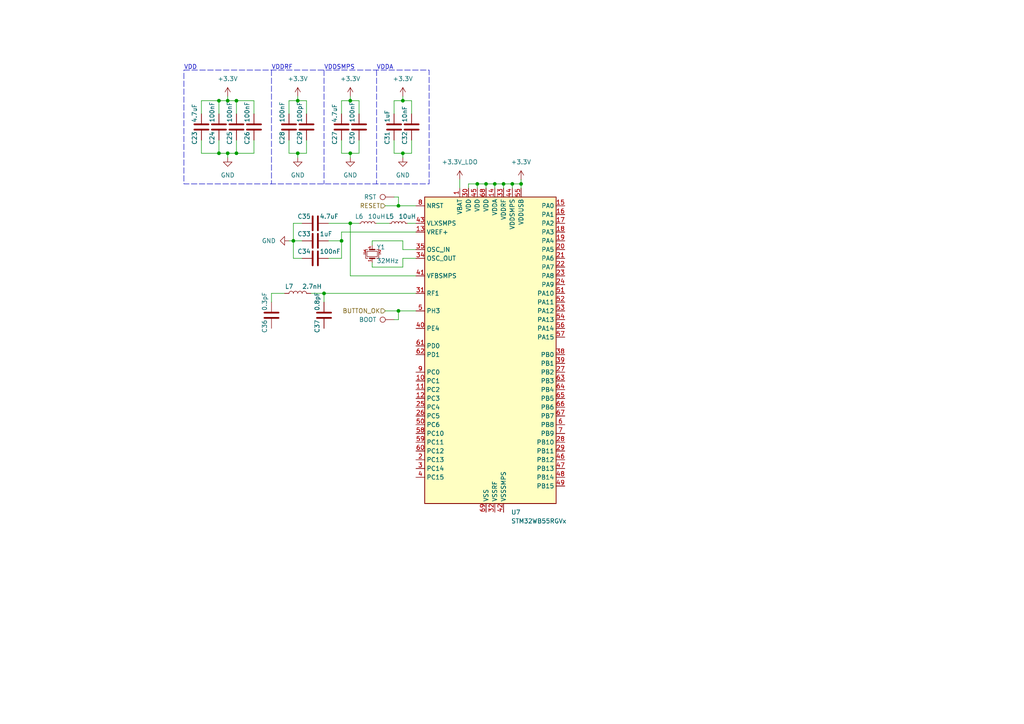
<source format=kicad_sch>
(kicad_sch (version 20231120) (generator "eeschema") (generator_version "8.0")
  (paper "A4")
  (lib_symbols
    (symbol "Connector:TestPoint" (pin_numbers hide) (pin_names (offset 0.762) hide)
      (property "Reference" "TP" (at 0 6.858 0))
      (property "Value" "TestPoint" (at 0 5.08 0))
      (symbol "TestPoint_0_1"
        (circle (center 0 3.302) (radius 0.762))
      )
      (symbol "TestPoint_1_1"
        (pin passive line (at 0 0 90) (length 2.54) (name "1") (number "1"))
      )
    )
    (symbol "Device:C" (pin_numbers hide) (pin_names (offset 0.254))
      (property "Reference" "C" (at 0.635 2.54 0))
      (property "Value" "C" (at 0.635 -2.54 0))
      (symbol "C_0_1"
        (polyline (pts (xy -2.032 -0.762) (xy 2.032 -0.762)) (stroke (width 0.508)))
        (polyline (pts (xy -2.032 0.762) (xy 2.032 0.762)) (stroke (width 0.508)))
      )
      (symbol "C_1_1"
        (pin passive line (at 0 3.81 270) (length 2.794) (name "~") (number "1"))
        (pin passive line (at 0 -3.81 90) (length 2.794) (name "~") (number "2"))
      )
    )
    (symbol "Device:Crystal_GND23_Small" (pin_names (offset 1.016) hide)
      (property "Reference" "Y" (at 1.27 4.445 0))
      (property "Value" "Crystal_GND23_Small" (at 1.27 2.54 0))
      (symbol "Crystal_GND23_Small_0_1"
        (rectangle (start -0.762 -1.524) (end 0.762 1.524))
        (polyline (pts (xy -1.27 -0.762) (xy -1.27 0.762)) (stroke (width 0.381)))
        (polyline (pts (xy 1.27 -0.762) (xy 1.27 0.762)) (stroke (width 0.381)))
        (polyline (pts (xy -1.27 -1.27) (xy -1.27 -1.905) (xy 1.27 -1.905) (xy 1.27 -1.27)))
        (polyline (pts (xy -1.27 1.27) (xy -1.27 1.905) (xy 1.27 1.905) (xy 1.27 1.27)))
      )
      (symbol "Crystal_GND23_Small_1_1"
        (pin passive line (at -2.54 0 0) (length 1.27) (name "1") (number "1"))
        (pin passive line (at 0 -2.54 90) (length 0.635) (name "2") (number "2"))
        (pin passive line (at 0 2.54 270) (length 0.635) (name "3") (number "3"))
        (pin passive line (at 2.54 0 180) (length 1.27) (name "4") (number "4"))
      )
    )
    (symbol "Device:L" (pin_numbers hide) (pin_names (offset 1.016) hide)
      (property "Reference" "L" (at -1.27 0 90))
      (property "Value" "L" (at 1.905 0 90))
      (symbol "L_0_1"
        (arc (start 0 -2.54) (mid 0.6323 -1.905) (end 0 -1.27))
        (arc (start 0 -1.27) (mid 0.6323 -0.635) (end 0 0))
        (arc (start 0 0) (mid 0.6323 0.635) (end 0 1.27))
        (arc (start 0 1.27) (mid 0.6323 1.905) (end 0 2.54))
      )
      (symbol "L_1_1"
        (pin passive line (at 0 3.81 270) (length 1.27) (name "1") (number "1"))
        (pin passive line (at 0 -3.81 90) (length 1.27) (name "2") (number "2"))
      )
    )
    (symbol "Device:L_Small" (pin_numbers hide) (pin_names (offset 0.254) hide)
      (property "Reference" "L" (at 0.762 1.016 0))
      (property "Value" "L_Small" (at 0.762 -1.016 0))
      (symbol "L_Small_0_1"
        (arc (start 0 -2.032) (mid 0.5058 -1.524) (end 0 -1.016))
        (arc (start 0 -1.016) (mid 0.5058 -0.508) (end 0 0))
        (arc (start 0 0) (mid 0.5058 0.508) (end 0 1.016))
        (arc (start 0 1.016) (mid 0.5058 1.524) (end 0 2.032))
      )
      (symbol "L_Small_1_1"
        (pin passive line (at 0 2.54 270) (length 0.508) (name "~") (number "1"))
        (pin passive line (at 0 -2.54 90) (length 0.508) (name "~") (number "2"))
      )
    )
    (symbol "MCU_ST_STM32WB:STM32WB55RGVx"
      (property "Reference" "U" (at -17.78 46.99 0))
      (property "Value" "STM32WB55RGVx" (at 12.7 46.99 0))
      (symbol "STM32WB55RGVx_0_1"
        (rectangle (start -17.78 -43.18) (end 20.32 45.72) (stroke (width 0.254)) (fill (type background)))
      )
      (symbol "STM32WB55RGVx_1_1"
        (pin power_in line (at -7.62 48.26 270) (length 2.54) (name "VBAT") (number "1"))
        (pin bidirectional line (at -20.32 -7.62 0) (length 2.54) (name "PC1") (number "10"))
        (pin bidirectional line (at -20.32 -10.16 0) (length 2.54) (name "PC2") (number "11"))
        (pin bidirectional line (at -20.32 -12.7 0) (length 2.54) (name "PC3") (number "12"))
        (pin input line (at -20.32 35.56 0) (length 2.54) (name "VREF+") (number "13"))
        (pin power_in line (at 2.54 48.26 270) (length 2.54) (name "VDDA") (number "14"))
        (pin bidirectional line (at 22.86 43.18 180) (length 2.54) (name "PA0") (number "15"))
        (pin bidirectional line (at 22.86 40.64 180) (length 2.54) (name "PA1") (number "16"))
        (pin bidirectional line (at 22.86 38.1 180) (length 2.54) (name "PA2") (number "17"))
        (pin bidirectional line (at 22.86 35.56 180) (length 2.54) (name "PA3") (number "18"))
        (pin bidirectional line (at 22.86 33.02 180) (length 2.54) (name "PA4") (number "19"))
        (pin bidirectional line (at -20.32 -30.48 0) (length 2.54) (name "PC13") (number "2"))
        (pin bidirectional line (at 22.86 30.48 180) (length 2.54) (name "PA5") (number "20"))
        (pin bidirectional line (at 22.86 27.94 180) (length 2.54) (name "PA6") (number "21"))
        (pin bidirectional line (at 22.86 25.4 180) (length 2.54) (name "PA7") (number "22"))
        (pin bidirectional line (at 22.86 22.86 180) (length 2.54) (name "PA8") (number "23"))
        (pin bidirectional line (at 22.86 20.32 180) (length 2.54) (name "PA9") (number "24"))
        (pin bidirectional line (at -20.32 -15.24 0) (length 2.54) (name "PC4") (number "25"))
        (pin bidirectional line (at -20.32 -17.78 0) (length 2.54) (name "PC5") (number "26"))
        (pin bidirectional line (at 22.86 -5.08 180) (length 2.54) (name "PB2") (number "27"))
        (pin bidirectional line (at 22.86 -25.4 180) (length 2.54) (name "PB10") (number "28"))
        (pin bidirectional line (at 22.86 -27.94 180) (length 2.54) (name "PB11") (number "29"))
        (pin bidirectional line (at -20.32 -33.02 0) (length 2.54) (name "PC14") (number "3"))
        (pin power_in line (at -5.08 48.26 270) (length 2.54) (name "VDD") (number "30"))
        (pin bidirectional line (at -20.32 17.78 0) (length 2.54) (name "RF1") (number "31"))
        (pin power_in line (at 2.54 -45.72 90) (length 2.54) (name "VSSRF") (number "32"))
        (pin power_in line (at 5.08 48.26 270) (length 2.54) (name "VDDRF") (number "33"))
        (pin input line (at -20.32 27.94 0) (length 2.54) (name "OSC_OUT") (number "34"))
        (pin input line (at -20.32 30.48 0) (length 2.54) (name "OSC_IN") (number "35"))
        (pin no_connect line (at -17.78 -43.18 0) (length 2.54) hide (name "AT0") (number "36"))
        (pin no_connect line (at -17.78 -40.64 0) (length 2.54) hide (name "AT1") (number "37"))
        (pin bidirectional line (at 22.86 0 180) (length 2.54) (name "PB0") (number "38"))
        (pin bidirectional line (at 22.86 -2.54 180) (length 2.54) (name "PB1") (number "39"))
        (pin bidirectional line (at -20.32 -35.56 0) (length 2.54) (name "PC15") (number "4"))
        (pin bidirectional line (at -20.32 7.62 0) (length 2.54) (name "PE4") (number "40"))
        (pin input line (at -20.32 22.86 0) (length 2.54) (name "VFBSMPS") (number "41"))
        (pin power_in line (at 5.08 -45.72 90) (length 2.54) (name "VSSSMPS") (number "42"))
        (pin power_in line (at -20.32 38.1 0) (length 2.54) (name "VLXSMPS") (number "43"))
        (pin power_in line (at 7.62 48.26 270) (length 2.54) (name "VDDSMPS") (number "44"))
        (pin power_in line (at -2.54 48.26 270) (length 2.54) (name "VDD") (number "45"))
        (pin bidirectional line (at 22.86 -30.48 180) (length 2.54) (name "PB12") (number "46"))
        (pin bidirectional line (at 22.86 -33.02 180) (length 2.54) (name "PB13") (number "47"))
        (pin bidirectional line (at 22.86 -35.56 180) (length 2.54) (name "PB14") (number "48"))
        (pin bidirectional line (at 22.86 -38.1 180) (length 2.54) (name "PB15") (number "49"))
        (pin bidirectional line (at -20.32 12.7 0) (length 2.54) (name "PH3") (number "5"))
        (pin bidirectional line (at -20.32 -20.32 0) (length 2.54) (name "PC6") (number "50"))
        (pin bidirectional line (at 22.86 17.78 180) (length 2.54) (name "PA10") (number "51"))
        (pin bidirectional line (at 22.86 15.24 180) (length 2.54) (name "PA11") (number "52"))
        (pin bidirectional line (at 22.86 12.7 180) (length 2.54) (name "PA12") (number "53"))
        (pin bidirectional line (at 22.86 10.16 180) (length 2.54) (name "PA13") (number "54"))
        (pin power_in line (at 10.16 48.26 270) (length 2.54) (name "VDDUSB") (number "55"))
        (pin bidirectional line (at 22.86 7.62 180) (length 2.54) (name "PA14") (number "56"))
        (pin bidirectional line (at 22.86 5.08 180) (length 2.54) (name "PA15") (number "57"))
        (pin bidirectional line (at -20.32 -22.86 0) (length 2.54) (name "PC10") (number "58"))
        (pin bidirectional line (at -20.32 -25.4 0) (length 2.54) (name "PC11") (number "59"))
        (pin bidirectional line (at 22.86 -20.32 180) (length 2.54) (name "PB8") (number "6"))
        (pin bidirectional line (at -20.32 -27.94 0) (length 2.54) (name "PC12") (number "60"))
        (pin bidirectional line (at -20.32 2.54 0) (length 2.54) (name "PD0") (number "61"))
        (pin bidirectional line (at -20.32 0 0) (length 2.54) (name "PD1") (number "62"))
        (pin bidirectional line (at 22.86 -7.62 180) (length 2.54) (name "PB3") (number "63"))
        (pin bidirectional line (at 22.86 -10.16 180) (length 2.54) (name "PB4") (number "64"))
        (pin bidirectional line (at 22.86 -12.7 180) (length 2.54) (name "PB5") (number "65"))
        (pin bidirectional line (at 22.86 -15.24 180) (length 2.54) (name "PB6") (number "66"))
        (pin bidirectional line (at 22.86 -17.78 180) (length 2.54) (name "PB7") (number "67"))
        (pin power_in line (at 0 48.26 270) (length 2.54) (name "VDD") (number "68"))
        (pin power_in line (at 0 -45.72 90) (length 2.54) (name "VSS") (number "69"))
        (pin bidirectional line (at 22.86 -22.86 180) (length 2.54) (name "PB9") (number "7"))
        (pin input line (at -20.32 43.18 0) (length 2.54) (name "NRST") (number "8"))
        (pin bidirectional line (at -20.32 -5.08 0) (length 2.54) (name "PC0") (number "9"))
      )
    )
    (symbol "power:+3.3V" (power) (pin_numbers hide) (pin_names (offset 0) hide)
      (property "Value" "+3.3V" (at 0 3.556 0))
      (symbol "+3.3V_0_1"
        (polyline (pts (xy -0.762 1.27) (xy 0 2.54)))
        (polyline (pts (xy 0 0) (xy 0 2.54)))
        (polyline (pts (xy 0 2.54) (xy 0.762 1.27)))
      )
      (symbol "+3.3V_1_1"
        (pin power_in line (at 0 0 90) (length 0) (name "~") (number "1"))
      )
    )
    (symbol "power:GND" (power) (pin_numbers hide) (pin_names (offset 0) hide)
      (property "Value" "GND" (at 0 -3.81 0))
      (symbol "GND_0_1"
        (polyline (pts (xy 0 0) (xy 0 -1.27) (xy 1.27 -1.27) (xy 0 -2.54) (xy -1.27 -1.27) (xy 0 -1.27)))
      )
      (symbol "GND_1_1"
        (pin power_in line (at 0 0 270) (length 0) (name "~") (number "1"))
      )
    )
    (symbol "power:VCC" (power) (pin_numbers hide) (pin_names (offset 0) hide)
      (property "Value" "VCC" (at 0 3.556 0))
      (symbol "VCC_0_1"
        (polyline (pts (xy -0.762 1.27) (xy 0 2.54)))
        (polyline (pts (xy 0 0) (xy 0 2.54)))
        (polyline (pts (xy 0 2.54) (xy 0.762 1.27)))
      )
      (symbol "VCC_1_1"
        (pin power_in line (at 0 0 90) (length 0) (name "~") (number "1"))
      )
    )
  )
  (junction (at 148.59 53.34))
  (junction (at 146.05 53.34))
  (junction (at 101.6 29.21))
  (junction (at 140.97 53.34))
  (junction (at 151.13 53.34))
  (junction (at 68.58 44.45))
  (junction (at 68.58 29.21))
  (junction (at 66.04 44.45))
  (junction (at 86.36 29.21))
  (junction (at 93.98 85.09))
  (junction (at 99.06 69.85))
  (junction (at 101.6 44.45))
  (junction (at 115.57 90.17))
  (junction (at 66.04 29.21))
  (junction (at 63.5 44.45))
  (junction (at 85.09 69.85))
  (junction (at 115.57 59.69))
  (junction (at 86.36 44.45))
  (junction (at 116.84 44.45))
  (junction (at 101.6 64.77))
  (junction (at 63.5 29.21))
  (junction (at 143.51 53.34))
  (junction (at 116.84 29.21))
  (junction (at 138.43 53.34))
  (wire (pts (xy 86.36 44.45) (xy 88.9 44.45)))
  (wire (pts (xy 68.58 29.21) (xy 66.04 29.21)))
  (wire (pts (xy 116.84 77.47) (xy 116.84 74.93)))
  (wire (pts (xy 99.06 69.85) (xy 99.06 74.93)))
  (wire (pts (xy 116.84 69.85) (xy 116.84 72.39)))
  (polyline (pts (xy 109.22 20.32) (xy 109.22 53.34)) (stroke (width 0) (type dash)))
  (wire (pts (xy 116.84 44.45) (xy 119.38 44.45)))
  (wire (pts (xy 114.3 44.45) (xy 116.84 44.45)))
  (wire (pts (xy 116.84 74.93) (xy 120.65 74.93)))
  (wire (pts (xy 101.6 44.45) (xy 101.6 45.72)))
  (wire (pts (xy 66.04 44.45) (xy 68.58 44.45)))
  (wire (pts (xy 63.5 40.64) (xy 63.5 44.45)))
  (wire (pts (xy 93.98 85.09) (xy 120.65 85.09)))
  (wire (pts (xy 66.04 29.21) (xy 63.5 29.21)))
  (wire (pts (xy 99.06 67.31) (xy 120.65 67.31)))
  (wire (pts (xy 58.42 29.21) (xy 63.5 29.21)))
  (wire (pts (xy 107.95 77.47) (xy 116.84 77.47)))
  (wire (pts (xy 116.84 29.21) (xy 114.3 29.21)))
  (wire (pts (xy 119.38 29.21) (xy 116.84 29.21)))
  (wire (pts (xy 116.84 72.39) (xy 120.65 72.39)))
  (wire (pts (xy 101.6 64.77) (xy 104.14 64.77)))
  (wire (pts (xy 135.89 53.34) (xy 138.43 53.34)))
  (wire (pts (xy 85.09 69.85) (xy 83.82 69.85)))
  (wire (pts (xy 73.66 33.02) (xy 73.66 29.21)))
  (wire (pts (xy 104.14 40.64) (xy 104.14 44.45)))
  (wire (pts (xy 114.3 29.21) (xy 114.3 33.02)))
  (wire (pts (xy 151.13 53.34) (xy 151.13 54.61)))
  (wire (pts (xy 85.09 69.85) (xy 87.63 69.85)))
  (wire (pts (xy 143.51 54.61) (xy 143.51 53.34)))
  (wire (pts (xy 114.3 40.64) (xy 114.3 44.45)))
  (wire (pts (xy 107.95 76.2) (xy 107.95 77.47)))
  (wire (pts (xy 107.95 71.12) (xy 107.95 69.85)))
  (wire (pts (xy 66.04 27.94) (xy 66.04 29.21)))
  (wire (pts (xy 116.84 44.45) (xy 116.84 45.72)))
  (wire (pts (xy 135.89 54.61) (xy 135.89 53.34)))
  (wire (pts (xy 138.43 53.34) (xy 140.97 53.34)))
  (wire (pts (xy 101.6 29.21) (xy 99.06 29.21)))
  (wire (pts (xy 151.13 52.07) (xy 151.13 53.34)))
  (wire (pts (xy 120.65 80.01) (xy 101.6 80.01)))
  (wire (pts (xy 99.06 40.64) (xy 99.06 44.45)))
  (wire (pts (xy 73.66 44.45) (xy 68.58 44.45)))
  (wire (pts (xy 115.57 57.15) (xy 115.57 59.69)))
  (wire (pts (xy 148.59 53.34) (xy 148.59 54.61)))
  (wire (pts (xy 95.25 69.85) (xy 99.06 69.85)))
  (polyline (pts (xy 78.74 20.32) (xy 78.74 53.34)) (stroke (width 0) (type dash)))
  (wire (pts (xy 143.51 53.34) (xy 146.05 53.34)))
  (wire (pts (xy 58.42 40.64) (xy 58.42 44.45)))
  (wire (pts (xy 101.6 44.45) (xy 104.14 44.45)))
  (wire (pts (xy 78.74 87.63) (xy 78.74 85.09)))
  (wire (pts (xy 116.84 27.94) (xy 116.84 29.21)))
  (wire (pts (xy 86.36 27.94) (xy 86.36 29.21)))
  (wire (pts (xy 99.06 74.93) (xy 95.25 74.93)))
  (wire (pts (xy 86.36 29.21) (xy 83.82 29.21)))
  (wire (pts (xy 73.66 29.21) (xy 68.58 29.21)))
  (wire (pts (xy 90.17 85.09) (xy 93.98 85.09)))
  (wire (pts (xy 93.98 85.09) (xy 93.98 87.63)))
  (wire (pts (xy 115.57 92.71) (xy 115.57 90.17)))
  (wire (pts (xy 109.22 64.77) (xy 113.03 64.77)))
  (wire (pts (xy 63.5 29.21) (xy 63.5 33.02)))
  (wire (pts (xy 99.06 44.45) (xy 101.6 44.45)))
  (wire (pts (xy 115.57 90.17) (xy 120.65 90.17)))
  (wire (pts (xy 73.66 40.64) (xy 73.66 44.45)))
  (wire (pts (xy 86.36 44.45) (xy 86.36 45.72)))
  (wire (pts (xy 119.38 40.64) (xy 119.38 44.45)))
  (wire (pts (xy 58.42 44.45) (xy 63.5 44.45)))
  (wire (pts (xy 58.42 33.02) (xy 58.42 29.21)))
  (wire (pts (xy 101.6 80.01) (xy 101.6 64.77)))
  (wire (pts (xy 88.9 40.64) (xy 88.9 44.45)))
  (wire (pts (xy 85.09 64.77) (xy 87.63 64.77)))
  (wire (pts (xy 88.9 33.02) (xy 88.9 29.21)))
  (wire (pts (xy 99.06 29.21) (xy 99.06 33.02)))
  (wire (pts (xy 148.59 53.34) (xy 151.13 53.34)))
  (wire (pts (xy 83.82 40.64) (xy 83.82 44.45)))
  (wire (pts (xy 63.5 44.45) (xy 66.04 44.45)))
  (wire (pts (xy 66.04 44.45) (xy 66.04 45.72)))
  (wire (pts (xy 119.38 33.02) (xy 119.38 29.21)))
  (wire (pts (xy 83.82 29.21) (xy 83.82 33.02)))
  (wire (pts (xy 133.35 52.07) (xy 133.35 54.61)))
  (wire (pts (xy 111.76 90.17) (xy 115.57 90.17)))
  (wire (pts (xy 114.3 92.71) (xy 115.57 92.71)))
  (wire (pts (xy 140.97 53.34) (xy 143.51 53.34)))
  (wire (pts (xy 68.58 40.64) (xy 68.58 44.45)))
  (wire (pts (xy 104.14 29.21) (xy 101.6 29.21)))
  (wire (pts (xy 138.43 53.34) (xy 138.43 54.61)))
  (wire (pts (xy 114.3 57.15) (xy 115.57 57.15)))
  (wire (pts (xy 78.74 85.09) (xy 82.55 85.09)))
  (wire (pts (xy 146.05 53.34) (xy 146.05 54.61)))
  (wire (pts (xy 118.11 64.77) (xy 120.65 64.77)))
  (wire (pts (xy 87.63 74.93) (xy 85.09 74.93)))
  (wire (pts (xy 101.6 27.94) (xy 101.6 29.21)))
  (wire (pts (xy 95.25 64.77) (xy 101.6 64.77)))
  (wire (pts (xy 115.57 59.69) (xy 120.65 59.69)))
  (polyline (pts (xy 93.98 20.32) (xy 93.98 53.34)) (stroke (width 0) (type dash)))
  (wire (pts (xy 146.05 53.34) (xy 148.59 53.34)))
  (wire (pts (xy 140.97 53.34) (xy 140.97 54.61)))
  (wire (pts (xy 83.82 44.45) (xy 86.36 44.45)))
  (wire (pts (xy 104.14 33.02) (xy 104.14 29.21)))
  (wire (pts (xy 85.09 64.77) (xy 85.09 69.85)))
  (wire (pts (xy 111.76 59.69) (xy 115.57 59.69)))
  (wire (pts (xy 107.95 69.85) (xy 116.84 69.85)))
  (wire (pts (xy 99.06 67.31) (xy 99.06 69.85)))
  (wire (pts (xy 88.9 29.21) (xy 86.36 29.21)))
  (wire (pts (xy 85.09 69.85) (xy 85.09 74.93)))
  (wire (pts (xy 68.58 33.02) (xy 68.58 29.21)))
  (rectangle (start 53.34 20.32) (end 124.46 53.34) (stroke (width 0) (type dash)))
  (text "VDDRF" (at 78.74 20.32 0) (effects (font (size 1.27 1.27)) (justify left bottom)))
  (text "VDDSMPS" (at 93.98 20.32 0) (effects (font (size 1.27 1.27)) (justify left bottom)))
  (text "VDDA" (at 109.22 20.32 0) (effects (font (size 1.27 1.27)) (justify left bottom)))
  (text "VDD" (at 53.34 20.32 0) (effects (font (size 1.27 1.27)) (justify left bottom)))
  (hierarchical_label "BUTTON_OK" (shape input) (at 111.76 90.17 180))
  (hierarchical_label "RESET" (shape input) (at 111.76 59.69 180))
  (symbol (lib_id "Device:C") (at 58.42 36.83 180) (unit 1)
    (property "Reference" "C23" (at 57.15 38.1 90) (effects (justify left top)))
    (property "Value" "4.7uF" (at 57.15 35.56 90) (effects (justify right top)))
    (property "Description" "Unpolarized capacitor" (effects (hide yes)))
  )
  (symbol (lib_id "Device:C") (at 91.44 74.93 90) (unit 1)
    (property "Reference" "C34" (at 90.17 73.66 90) (effects (justify left top)))
    (property "Value" "100nF" (at 92.71 73.66 90) (effects (justify right top)))
    (property "Description" "Unpolarized capacitor" (effects (hide yes)))
  )
  (symbol (lib_id "Device:C") (at 91.44 64.77 90) (unit 1)
    (property "Reference" "C35" (at 90.17 63.5 90) (effects (justify left top)))
    (property "Value" "4.7uF" (at 92.71 63.5 90) (effects (justify right top)))
    (property "Description" "Unpolarized capacitor" (effects (hide yes)))
  )
  (symbol (lib_id "Device:C") (at 99.06 36.83 180) (unit 1)
    (property "Reference" "C27" (at 97.79 38.1 90) (effects (justify left top)))
    (property "Value" "4.7uF" (at 97.79 35.56 90) (effects (justify right top)))
    (property "Description" "Unpolarized capacitor" (effects (hide yes)))
  )
  (symbol (lib_id "Device:C") (at 78.74 91.44 180) (unit 1)
    (property "Reference" "C36" (at 77.47 92.71 90) (effects (justify left top)))
    (property "Value" "0.3pF" (at 77.47 90.17 90) (effects (justify right top)))
    (property "Description" "Unpolarized capacitor" (effects (hide yes)))
  )
  (symbol (lib_id "Device:C") (at 93.98 91.44 180) (unit 1)
    (property "Reference" "C37" (at 92.71 92.71 90) (effects (justify left top)))
    (property "Value" "0.8pF" (at 92.71 90.17 90) (effects (justify right top)))
    (property "Description" "Unpolarized capacitor" (effects (hide yes)))
  )
  (symbol (lib_id "Device:L_Small") (at 115.57 64.77 90) (unit 1)
    (property "Reference" "L5" (at 114.3 63.5 90) (effects (justify left top)))
    (property "Value" "10uH" (at 115.57 63.5 90) (effects (justify right top)))
    (property "Description" "Inductor, small symbol" (effects (hide yes)))
  )
  (symbol (lib_id "power:GND") (at 116.84 45.72 0) (unit 1)
    (property "Reference" "#PWR061" (effects (hide yes)))
    (property "Value" "GND" (at 116.84 50.8 0))
    (property "Description" "Power symbol creates a global label with name \"GND\" , ground" (effects (hide yes)))
  )
  (symbol (lib_id "power:+3.3V") (at 66.04 27.94 0) (unit 1)
    (property "Reference" "#PWR052" (effects (hide yes)))
    (property "Value" "+3.3V" (at 66.04 22.86 0))
    (property "Description" "Power symbol creates a global label with name \"+3.3V\"" (effects (hide yes)))
  )
  (symbol (lib_id "Device:C") (at 91.44 69.85 90) (unit 1)
    (property "Reference" "C33" (at 90.17 68.58 90) (effects (justify left top)))
    (property "Value" "1uF" (at 92.71 68.58 90) (effects (justify right top)))
    (property "Description" "Unpolarized capacitor" (effects (hide yes)))
  )
  (symbol (lib_id "MCU_ST_STM32WB:STM32WB55RGVx") (at 140.97 102.87 0) (unit 1)
    (property "Reference" "U7" (at 148.2441 148.59 0) (effects (justify left)))
    (property "Value" "STM32WB55RGVx" (at 148.2441 151.13 0) (effects (justify left)))
    (property "Footprint" "Package_DFN_QFN:QFN-68-1EP_8x8mm_P0.4mm_EP6.4x6.4mm" (effects (hide yes)))
    (property "Datasheet" "https://www.st.com/resource/en/datasheet/stm32wb55rg.pdf" (effects (hide yes)))
    (property "Description" "STMicroelectronics Arm Cortex-M4 MCU, 1024KB flash, 256KB RAM, 64 MHz, 1.71-3.6V, 49 GPIO, VFQFPN68" (effects (hide yes)))
  )
  (symbol (lib_id "Device:L_Small") (at 106.68 64.77 90) (unit 1)
    (property "Reference" "L6" (at 105.41 63.5 90) (effects (justify left top)))
    (property "Value" "10uH" (at 106.68 63.5 90) (effects (justify right top)))
    (property "Description" "Inductor, small symbol" (effects (hide yes)))
  )
  (symbol (lib_id "Connector:TestPoint") (at 114.3 57.15 90) (unit 1)
    (property "Reference" "TP21" (effects (hide yes)))
    (property "Value" "RST" (at 109.22 57.15 90) (effects (justify left)))
    (property "Description" "test point" (effects (hide yes)))
  )
  (symbol (lib_id "Device:C") (at 104.14 36.83 180) (unit 1)
    (property "Reference" "C30" (at 102.87 38.1 90) (effects (justify left top)))
    (property "Value" "100nF" (at 102.87 35.56 90) (effects (justify right top)))
    (property "Description" "Unpolarized capacitor" (effects (hide yes)))
  )
  (symbol (lib_id "Device:C") (at 114.3 36.83 180) (unit 1)
    (property "Reference" "C31" (at 113.03 38.1 90) (effects (justify left top)))
    (property "Value" "1uF" (at 113.03 35.56 90) (effects (justify right top)))
    (property "Description" "Unpolarized capacitor" (effects (hide yes)))
  )
  (symbol (lib_id "Device:C") (at 88.9 36.83 180) (unit 1)
    (property "Reference" "C29" (at 87.63 38.1 90) (effects (justify left top)))
    (property "Value" "100pF" (at 87.63 35.56 90) (effects (justify right top)))
    (property "Description" "Unpolarized capacitor" (effects (hide yes)))
  )
  (symbol (lib_id "Device:C") (at 119.38 36.83 180) (unit 1)
    (property "Reference" "C32" (at 118.11 38.1 90) (effects (justify left top)))
    (property "Value" "10nF" (at 118.11 35.56 90) (effects (justify right top)))
    (property "Description" "Unpolarized capacitor" (effects (hide yes)))
  )
  (symbol (lib_id "Device:C") (at 83.82 36.83 180) (unit 1)
    (property "Reference" "C28" (at 82.55 38.1 90) (effects (justify left top)))
    (property "Value" "100nF" (at 82.55 35.56 90) (effects (justify right top)))
    (property "Description" "Unpolarized capacitor" (effects (hide yes)))
  )
  (symbol (lib_id "power:GND") (at 66.04 45.72 0) (unit 1)
    (property "Reference" "#PWR053" (effects (hide yes)))
    (property "Value" "GND" (at 66.04 50.8 0))
    (property "Description" "Power symbol creates a global label with name \"GND\" , ground" (effects (hide yes)))
  )
  (symbol (lib_id "Device:C") (at 63.5 36.83 180) (unit 1)
    (property "Reference" "C24" (at 62.23 38.1 90) (effects (justify left top)))
    (property "Value" "100nF" (at 62.23 35.56 90) (effects (justify right top)))
    (property "Description" "Unpolarized capacitor" (effects (hide yes)))
  )
  (symbol (lib_id "power:VCC") (at 133.35 52.07 0) (unit 1)
    (property "Reference" "#PWR058" (effects (hide yes)))
    (property "Value" "+3.3V_LDO" (at 133.35 46.99 0))
    (property "Description" "Power symbol creates a global label with name \"VCC\"" (effects (hide yes)))
  )
  (symbol (lib_id "Device:Crystal_GND23_Small") (at 107.95 73.66 90) (unit 1)
    (property "Reference" "Y1" (at 109.22 72.39 90) (effects (justify right top)))
    (property "Value" "32MHz" (at 109.22 74.93 90) (effects (justify right bottom)))
    (property "Description" "Four pin crystal, GND on pins 2 and 3, small symbol" (effects (hide yes)))
  )
  (symbol (lib_id "power:GND") (at 86.36 45.72 0) (unit 1)
    (property "Reference" "#PWR055" (effects (hide yes)))
    (property "Value" "GND" (at 86.36 50.8 0))
    (property "Description" "Power symbol creates a global label with name \"GND\" , ground" (effects (hide yes)))
  )
  (symbol (lib_id "Device:C") (at 73.66 36.83 180) (unit 1)
    (property "Reference" "C26" (at 72.39 38.1 90) (effects (justify left top)))
    (property "Value" "100nF" (at 72.39 35.56 90) (effects (justify right top)))
    (property "Description" "Unpolarized capacitor" (effects (hide yes)))
  )
  (symbol (lib_id "Device:C") (at 68.58 36.83 180) (unit 1)
    (property "Reference" "C25" (at 67.31 38.1 90) (effects (justify left top)))
    (property "Value" "100nF" (at 67.31 35.56 90) (effects (justify right top)))
    (property "Description" "Unpolarized capacitor" (effects (hide yes)))
  )
  (symbol (lib_id "Connector:TestPoint") (at 114.3 92.71 90) (mirror x) (unit 1)
    (property "Reference" "TP23" (effects (hide yes)))
    (property "Value" "BOOT" (at 109.22 92.71 90) (effects (justify left)))
    (property "Description" "test point" (effects (hide yes)))
  )
  (symbol (lib_id "power:+3.3V") (at 86.36 27.94 0) (unit 1)
    (property "Reference" "#PWR054" (effects (hide yes)))
    (property "Value" "+3.3V" (at 86.36 22.86 0))
    (property "Description" "Power symbol creates a global label with name \"+3.3V\"" (effects (hide yes)))
  )
  (symbol (lib_id "power:+3.3V") (at 151.13 52.07 0) (unit 1)
    (property "Reference" "#PWR056" (effects (hide yes)))
    (property "Value" "+3.3V" (at 151.13 46.99 0))
    (property "Description" "Power symbol creates a global label with name \"+3.3V\"" (effects (hide yes)))
  )
  (symbol (lib_id "power:+3.3V") (at 101.6 27.94 0) (unit 1)
    (property "Reference" "#PWR057" (effects (hide yes)))
    (property "Value" "+3.3V" (at 101.6 22.86 0))
    (property "Description" "Power symbol creates a global label with name \"+3.3V\"" (effects (hide yes)))
  )
  (symbol (lib_id "Device:L") (at 86.36 85.09 90) (unit 1)
    (property "Reference" "L7" (at 85.09 83.82 90) (effects (justify left top)))
    (property "Value" "2.7nH" (at 87.63 83.82 90) (effects (justify right top)))
    (property "Description" "Inductor" (effects (hide yes)))
  )
  (symbol (lib_id "power:GND") (at 101.6 45.72 0) (unit 1)
    (property "Reference" "#PWR059" (effects (hide yes)))
    (property "Value" "GND" (at 101.6 50.8 0))
    (property "Description" "Power symbol creates a global label with name \"GND\" , ground" (effects (hide yes)))
  )
  (symbol (lib_id "power:+3.3V") (at 116.84 27.94 0) (unit 1)
    (property "Reference" "#PWR060" (effects (hide yes)))
    (property "Value" "+3.3V" (at 116.84 22.86 0))
    (property "Description" "Power symbol creates a global label with name \"+3.3V\"" (effects (hide yes)))
  )
  (symbol (lib_id "power:GND") (at 83.82 69.85 270) (unit 1)
    (property "Reference" "#PWR063" (effects (hide yes)))
    (property "Value" "GND" (at 80.01 69.8499 90) (effects (justify right)))
    (property "Description" "Power symbol creates a global label with name \"GND\" , ground" (effects (hide yes)))
  )
)
</source>
